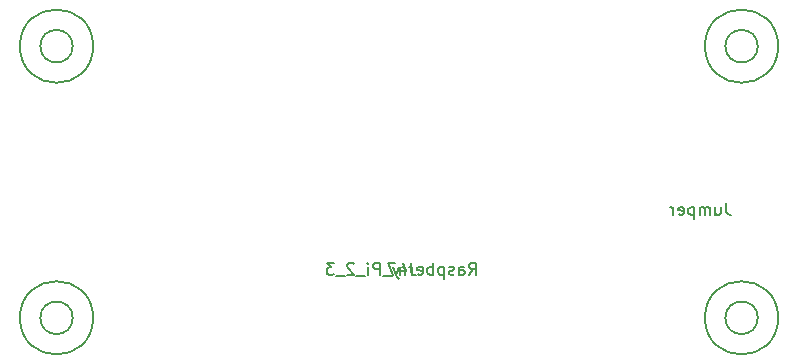
<source format=gbr>
G04 #@! TF.GenerationSoftware,KiCad,Pcbnew,(5.1.10-1-10_14)*
G04 #@! TF.CreationDate,2021-06-08T22:44:31-04:00*
G04 #@! TF.ProjectId,tr109-sensorboard,74723130-392d-4736-956e-736f72626f61,3*
G04 #@! TF.SameCoordinates,Original*
G04 #@! TF.FileFunction,Other,Fab,Bot*
%FSLAX46Y46*%
G04 Gerber Fmt 4.6, Leading zero omitted, Abs format (unit mm)*
G04 Created by KiCad (PCBNEW (5.1.10-1-10_14)) date 2021-06-08 22:44:31*
%MOMM*%
%LPD*%
G01*
G04 APERTURE LIST*
%ADD10C,0.150000*%
G04 APERTURE END LIST*
D10*
X163429000Y-98860000D02*
G75*
G03*
X163429000Y-98860000I-1375000J0D01*
G01*
X165154000Y-98860000D02*
G75*
G03*
X165154000Y-98860000I-3100000J0D01*
G01*
X105429000Y-121860000D02*
G75*
G03*
X105429000Y-121860000I-1375000J0D01*
G01*
X107154000Y-121860000D02*
G75*
G03*
X107154000Y-121860000I-3100000J0D01*
G01*
X105429000Y-98860000D02*
G75*
G03*
X105429000Y-98860000I-1375000J0D01*
G01*
X107154000Y-98860000D02*
G75*
G03*
X107154000Y-98860000I-3100000J0D01*
G01*
X163429000Y-121860000D02*
G75*
G03*
X163429000Y-121860000I-1375000J0D01*
G01*
X165154000Y-121860000D02*
G75*
G03*
X165154000Y-121860000I-3100000J0D01*
G01*
X138988085Y-118206780D02*
X139321419Y-117730590D01*
X139559514Y-118206780D02*
X139559514Y-117206780D01*
X139178561Y-117206780D01*
X139083323Y-117254400D01*
X139035704Y-117302019D01*
X138988085Y-117397257D01*
X138988085Y-117540114D01*
X139035704Y-117635352D01*
X139083323Y-117682971D01*
X139178561Y-117730590D01*
X139559514Y-117730590D01*
X138130942Y-118206780D02*
X138130942Y-117682971D01*
X138178561Y-117587733D01*
X138273800Y-117540114D01*
X138464276Y-117540114D01*
X138559514Y-117587733D01*
X138130942Y-118159161D02*
X138226180Y-118206780D01*
X138464276Y-118206780D01*
X138559514Y-118159161D01*
X138607133Y-118063923D01*
X138607133Y-117968685D01*
X138559514Y-117873447D01*
X138464276Y-117825828D01*
X138226180Y-117825828D01*
X138130942Y-117778209D01*
X137702371Y-118159161D02*
X137607133Y-118206780D01*
X137416657Y-118206780D01*
X137321419Y-118159161D01*
X137273800Y-118063923D01*
X137273800Y-118016304D01*
X137321419Y-117921066D01*
X137416657Y-117873447D01*
X137559514Y-117873447D01*
X137654752Y-117825828D01*
X137702371Y-117730590D01*
X137702371Y-117682971D01*
X137654752Y-117587733D01*
X137559514Y-117540114D01*
X137416657Y-117540114D01*
X137321419Y-117587733D01*
X136845228Y-117540114D02*
X136845228Y-118540114D01*
X136845228Y-117587733D02*
X136749990Y-117540114D01*
X136559514Y-117540114D01*
X136464276Y-117587733D01*
X136416657Y-117635352D01*
X136369038Y-117730590D01*
X136369038Y-118016304D01*
X136416657Y-118111542D01*
X136464276Y-118159161D01*
X136559514Y-118206780D01*
X136749990Y-118206780D01*
X136845228Y-118159161D01*
X135940466Y-118206780D02*
X135940466Y-117206780D01*
X135940466Y-117587733D02*
X135845228Y-117540114D01*
X135654752Y-117540114D01*
X135559514Y-117587733D01*
X135511895Y-117635352D01*
X135464276Y-117730590D01*
X135464276Y-118016304D01*
X135511895Y-118111542D01*
X135559514Y-118159161D01*
X135654752Y-118206780D01*
X135845228Y-118206780D01*
X135940466Y-118159161D01*
X134654752Y-118159161D02*
X134749990Y-118206780D01*
X134940466Y-118206780D01*
X135035704Y-118159161D01*
X135083323Y-118063923D01*
X135083323Y-117682971D01*
X135035704Y-117587733D01*
X134940466Y-117540114D01*
X134749990Y-117540114D01*
X134654752Y-117587733D01*
X134607133Y-117682971D01*
X134607133Y-117778209D01*
X135083323Y-117873447D01*
X134178561Y-118206780D02*
X134178561Y-117540114D01*
X134178561Y-117730590D02*
X134130942Y-117635352D01*
X134083323Y-117587733D01*
X133988085Y-117540114D01*
X133892847Y-117540114D01*
X133559514Y-118206780D02*
X133559514Y-117540114D01*
X133559514Y-117730590D02*
X133511895Y-117635352D01*
X133464276Y-117587733D01*
X133369038Y-117540114D01*
X133273800Y-117540114D01*
X133035704Y-117540114D02*
X132797609Y-118206780D01*
X132559514Y-117540114D02*
X132797609Y-118206780D01*
X132892847Y-118444876D01*
X132940466Y-118492495D01*
X133035704Y-118540114D01*
X132416657Y-118302019D02*
X131654752Y-118302019D01*
X131416657Y-118206780D02*
X131416657Y-117206780D01*
X131035704Y-117206780D01*
X130940466Y-117254400D01*
X130892847Y-117302019D01*
X130845228Y-117397257D01*
X130845228Y-117540114D01*
X130892847Y-117635352D01*
X130940466Y-117682971D01*
X131035704Y-117730590D01*
X131416657Y-117730590D01*
X130416657Y-118206780D02*
X130416657Y-117540114D01*
X130416657Y-117206780D02*
X130464276Y-117254400D01*
X130416657Y-117302019D01*
X130369038Y-117254400D01*
X130416657Y-117206780D01*
X130416657Y-117302019D01*
X130178561Y-118302019D02*
X129416657Y-118302019D01*
X129226180Y-117302019D02*
X129178561Y-117254400D01*
X129083323Y-117206780D01*
X128845228Y-117206780D01*
X128749990Y-117254400D01*
X128702371Y-117302019D01*
X128654752Y-117397257D01*
X128654752Y-117492495D01*
X128702371Y-117635352D01*
X129273800Y-118206780D01*
X128654752Y-118206780D01*
X128464276Y-118302019D02*
X127702371Y-118302019D01*
X127559514Y-117206780D02*
X126940466Y-117206780D01*
X127273800Y-117587733D01*
X127130942Y-117587733D01*
X127035704Y-117635352D01*
X126988085Y-117682971D01*
X126940466Y-117778209D01*
X126940466Y-118016304D01*
X126988085Y-118111542D01*
X127035704Y-118159161D01*
X127130942Y-118206780D01*
X127416657Y-118206780D01*
X127511895Y-118159161D01*
X127559514Y-118111542D01*
X134083323Y-117257580D02*
X134083323Y-117971866D01*
X134130942Y-118114723D01*
X134226180Y-118209961D01*
X134369038Y-118257580D01*
X134464276Y-118257580D01*
X133178561Y-117590914D02*
X133178561Y-118257580D01*
X133416657Y-117209961D02*
X133654752Y-117924247D01*
X133035704Y-117924247D01*
X132749990Y-117257580D02*
X132083323Y-117257580D01*
X132511895Y-118257580D01*
X160751566Y-112144480D02*
X160751566Y-112858766D01*
X160799185Y-113001623D01*
X160894423Y-113096861D01*
X161037280Y-113144480D01*
X161132519Y-113144480D01*
X159846804Y-112477814D02*
X159846804Y-113144480D01*
X160275376Y-112477814D02*
X160275376Y-113001623D01*
X160227757Y-113096861D01*
X160132519Y-113144480D01*
X159989661Y-113144480D01*
X159894423Y-113096861D01*
X159846804Y-113049242D01*
X159370614Y-113144480D02*
X159370614Y-112477814D01*
X159370614Y-112573052D02*
X159322995Y-112525433D01*
X159227757Y-112477814D01*
X159084900Y-112477814D01*
X158989661Y-112525433D01*
X158942042Y-112620671D01*
X158942042Y-113144480D01*
X158942042Y-112620671D02*
X158894423Y-112525433D01*
X158799185Y-112477814D01*
X158656328Y-112477814D01*
X158561090Y-112525433D01*
X158513471Y-112620671D01*
X158513471Y-113144480D01*
X158037280Y-112477814D02*
X158037280Y-113477814D01*
X158037280Y-112525433D02*
X157942042Y-112477814D01*
X157751566Y-112477814D01*
X157656328Y-112525433D01*
X157608709Y-112573052D01*
X157561090Y-112668290D01*
X157561090Y-112954004D01*
X157608709Y-113049242D01*
X157656328Y-113096861D01*
X157751566Y-113144480D01*
X157942042Y-113144480D01*
X158037280Y-113096861D01*
X156751566Y-113096861D02*
X156846804Y-113144480D01*
X157037280Y-113144480D01*
X157132519Y-113096861D01*
X157180138Y-113001623D01*
X157180138Y-112620671D01*
X157132519Y-112525433D01*
X157037280Y-112477814D01*
X156846804Y-112477814D01*
X156751566Y-112525433D01*
X156703947Y-112620671D01*
X156703947Y-112715909D01*
X157180138Y-112811147D01*
X156275376Y-113144480D02*
X156275376Y-112477814D01*
X156275376Y-112668290D02*
X156227757Y-112573052D01*
X156180138Y-112525433D01*
X156084900Y-112477814D01*
X155989661Y-112477814D01*
M02*

</source>
